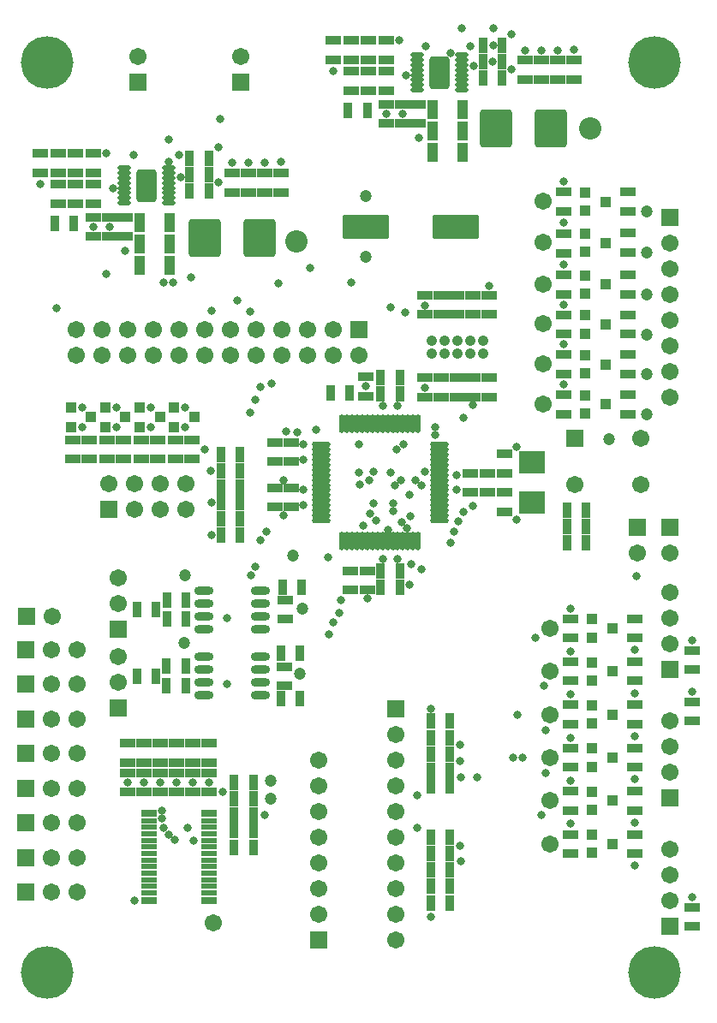
<source format=gbr>
%TF.GenerationSoftware,Altium Limited,Altium Designer,19.1.8 (144)*%
G04 Layer_Color=8388736*
%FSLAX45Y45*%
%MOMM*%
%TF.FileFunction,Soldermask,Top*%
%TF.Part,Single*%
G01*
G75*
%TA.AperFunction,ComponentPad*%
%ADD44C,1.70320*%
%ADD45R,1.70320X1.70320*%
%ADD46C,1.70320*%
%ADD47C,2.20320*%
%ADD48C,1.05320*%
%ADD49R,1.70320X1.70320*%
%TA.AperFunction,ViaPad*%
%ADD50C,0.80320*%
%ADD51C,1.20320*%
%ADD52C,5.20320*%
%TA.AperFunction,SMDPad,CuDef*%
G04:AMPARAMS|DCode=60|XSize=4.6032mm|YSize=2.4032mm|CornerRadius=0.2116mm|HoleSize=0mm|Usage=FLASHONLY|Rotation=0.000|XOffset=0mm|YOffset=0mm|HoleType=Round|Shape=RoundedRectangle|*
%AMROUNDEDRECTD60*
21,1,4.60320,1.98000,0,0,0.0*
21,1,4.18000,2.40320,0,0,0.0*
1,1,0.42320,2.09000,-0.99000*
1,1,0.42320,-2.09000,-0.99000*
1,1,0.42320,-2.09000,0.99000*
1,1,0.42320,2.09000,0.99000*
%
%ADD60ROUNDEDRECTD60*%
%ADD61R,1.50320X0.90320*%
%ADD62R,0.90320X1.50320*%
%ADD63O,1.34620X0.52070*%
G04:AMPARAMS|DCode=64|XSize=1.9532mm|YSize=3.1532mm|CornerRadius=0.1891mm|HoleSize=0mm|Usage=FLASHONLY|Rotation=0.000|XOffset=0mm|YOffset=0mm|HoleType=Round|Shape=RoundedRectangle|*
%AMROUNDEDRECTD64*
21,1,1.95320,2.77500,0,0,0.0*
21,1,1.57500,3.15320,0,0,0.0*
1,1,0.37820,0.78750,-1.38750*
1,1,0.37820,-0.78750,-1.38750*
1,1,0.37820,-0.78750,1.38750*
1,1,0.37820,0.78750,1.38750*
%
%ADD64ROUNDEDRECTD64*%
%ADD65R,1.10320X1.90320*%
G04:AMPARAMS|DCode=66|XSize=3.1532mm|YSize=3.7032mm|CornerRadius=0.2491mm|HoleSize=0mm|Usage=FLASHONLY|Rotation=180.000|XOffset=0mm|YOffset=0mm|HoleType=Round|Shape=RoundedRectangle|*
%AMROUNDEDRECTD66*
21,1,3.15320,3.20500,0,0,180.0*
21,1,2.65500,3.70320,0,0,180.0*
1,1,0.49820,-1.32750,1.60250*
1,1,0.49820,1.32750,1.60250*
1,1,0.49820,1.32750,-1.60250*
1,1,0.49820,-1.32750,-1.60250*
%
%ADD66ROUNDEDRECTD66*%
%ADD67C,1.20320*%
%ADD68R,1.10320X1.00320*%
%ADD69R,1.55320X0.80320*%
%ADD70R,1.55320X0.60320*%
%ADD71R,2.60320X2.20320*%
%ADD72O,1.85320X0.55320*%
%ADD73O,0.55320X1.85320*%
%ADD74O,1.90320X0.85320*%
D44*
X6652500Y3749000D02*
D03*
Y4257000D02*
D03*
Y4003000D02*
D03*
Y1209000D02*
D03*
Y1717000D02*
D03*
Y1463000D02*
D03*
Y2479000D02*
D03*
Y2987000D02*
D03*
Y2733000D02*
D03*
X1207500Y4151500D02*
D03*
Y4405500D02*
D03*
Y3366500D02*
D03*
Y3620500D02*
D03*
X1876500Y5331500D02*
D03*
Y5077500D02*
D03*
X1622500Y5331500D02*
D03*
Y5077500D02*
D03*
X1368500Y5331500D02*
D03*
Y5077500D02*
D03*
X1114500Y5331500D02*
D03*
X5717500Y5327500D02*
D03*
X6367500D02*
D03*
Y5777500D02*
D03*
X2416000Y9554000D02*
D03*
X1400000D02*
D03*
X6652500Y7711500D02*
D03*
Y7457500D02*
D03*
Y7203500D02*
D03*
Y6949500D02*
D03*
Y6695500D02*
D03*
Y6441500D02*
D03*
Y6187500D02*
D03*
Y4651000D02*
D03*
X549000Y4022500D02*
D03*
X6337500Y4648500D02*
D03*
X543500Y3690714D02*
D03*
X797500D02*
D03*
X543500Y3347857D02*
D03*
X797500D02*
D03*
X3948000Y2596000D02*
D03*
Y818000D02*
D03*
Y1072000D02*
D03*
Y1326000D02*
D03*
Y1580000D02*
D03*
Y1834000D02*
D03*
Y2088000D02*
D03*
Y2342000D02*
D03*
Y2850000D02*
D03*
X543500Y3005000D02*
D03*
X797500D02*
D03*
X543500Y2662143D02*
D03*
X797500D02*
D03*
X543500Y2319286D02*
D03*
X797500D02*
D03*
X543500Y1976429D02*
D03*
X797500D02*
D03*
X3582000Y6606000D02*
D03*
X3328000Y6860000D02*
D03*
Y6606000D02*
D03*
X3074000Y6860000D02*
D03*
Y6606000D02*
D03*
X2820000Y6860000D02*
D03*
Y6606000D02*
D03*
X2566000Y6860000D02*
D03*
Y6606000D02*
D03*
X2312000Y6860000D02*
D03*
Y6606000D02*
D03*
X2058000Y6860000D02*
D03*
Y6606000D02*
D03*
X1804000Y6860000D02*
D03*
Y6606000D02*
D03*
X1550000Y6860000D02*
D03*
Y6606000D02*
D03*
X1296000Y6860000D02*
D03*
Y6606000D02*
D03*
X1042000Y6860000D02*
D03*
Y6606000D02*
D03*
X788000Y6860000D02*
D03*
Y6606000D02*
D03*
X543500Y1633572D02*
D03*
X797500D02*
D03*
X543500Y1290714D02*
D03*
X797500D02*
D03*
X3186000Y1072000D02*
D03*
Y1326000D02*
D03*
Y1580000D02*
D03*
Y1834000D02*
D03*
Y2088000D02*
D03*
Y2342000D02*
D03*
Y2596000D02*
D03*
D45*
X6652500Y3495000D02*
D03*
Y955000D02*
D03*
Y2225000D02*
D03*
X1207500Y3897500D02*
D03*
Y3112500D02*
D03*
X2416000Y9300000D02*
D03*
X1400000D02*
D03*
X6652500Y7965500D02*
D03*
Y4905000D02*
D03*
X6337500Y4902500D02*
D03*
X3948000Y3104000D02*
D03*
X3186000Y818000D02*
D03*
D46*
X5475000Y3050000D02*
D03*
Y2623500D02*
D03*
X5475000Y1770500D02*
D03*
X5475000Y3476501D02*
D03*
X2140000Y987500D02*
D03*
X5475000Y3903000D02*
D03*
X5475000Y2197000D02*
D03*
X5402500Y7719500D02*
D03*
X5402500Y8126500D02*
D03*
X5402500Y6122500D02*
D03*
Y6518000D02*
D03*
X5402500Y6912501D02*
D03*
X5402500Y7307000D02*
D03*
D47*
X5865000Y8847500D02*
D03*
X2967814Y7729778D02*
D03*
D48*
X4298500Y6619000D02*
D03*
Y6746000D02*
D03*
X4425500Y6619000D02*
D03*
Y6746000D02*
D03*
X4552500Y6619000D02*
D03*
Y6746000D02*
D03*
X4679500Y6619000D02*
D03*
Y6746000D02*
D03*
X4806500Y6619000D02*
D03*
Y6746000D02*
D03*
D49*
X1114500Y5077500D02*
D03*
X5717500Y5777500D02*
D03*
X295000Y4022500D02*
D03*
X289500Y3690714D02*
D03*
Y3347857D02*
D03*
Y3005000D02*
D03*
Y2662143D02*
D03*
Y2319286D02*
D03*
Y1976429D02*
D03*
X3582000Y6860000D02*
D03*
X289500Y1633572D02*
D03*
Y1290714D02*
D03*
D50*
X2275000Y3350000D02*
D03*
Y4000000D02*
D03*
X1537443Y8392441D02*
D03*
Y8282441D02*
D03*
X1427443Y8392441D02*
D03*
Y8282441D02*
D03*
X1537443Y8172441D02*
D03*
X1427443D02*
D03*
X4490000Y9592500D02*
D03*
X4595000Y9837500D02*
D03*
X4915000Y9840000D02*
D03*
Y9670155D02*
D03*
X2130000Y4822779D02*
D03*
X4037500Y7030000D02*
D03*
X4087500Y5012500D02*
D03*
X4232180Y7095000D02*
D03*
X3650000Y6300000D02*
D03*
X1750000Y7325000D02*
D03*
X1653718Y7325000D02*
D03*
X1922500Y7370000D02*
D03*
X1082500Y7407500D02*
D03*
X2380000Y7142500D02*
D03*
X2505000Y7035000D02*
D03*
X1699613Y8735000D02*
D03*
Y8520000D02*
D03*
X3160154Y5867786D02*
D03*
X2970000Y5842500D02*
D03*
X2860000Y5847500D02*
D03*
X2837500Y5370000D02*
D03*
X2837638Y5020245D02*
D03*
X3102500Y7467500D02*
D03*
X2790000Y7317500D02*
D03*
X595000Y7065000D02*
D03*
X6327500Y4415000D02*
D03*
X2125000Y5142779D02*
D03*
X2117500Y5462779D02*
D03*
X2057500Y5670000D02*
D03*
X6312500Y3687500D02*
D03*
Y3261001D02*
D03*
Y2834500D02*
D03*
Y2408000D02*
D03*
X6312500Y1981500D02*
D03*
Y1555000D02*
D03*
X2125000Y7042500D02*
D03*
X4232500Y6280000D02*
D03*
X3900000Y7075000D02*
D03*
X5144979Y5699685D02*
D03*
X4434629Y9290163D02*
D03*
X4324629D02*
D03*
X4434629Y9400163D02*
D03*
X4324629D02*
D03*
X4434629Y9510163D02*
D03*
X4324629D02*
D03*
X4232500Y5455000D02*
D03*
X5110500Y2623000D02*
D03*
X1637500Y2020000D02*
D03*
X1632500Y2100000D02*
D03*
X1650000Y1925000D02*
D03*
X1705000Y1862500D02*
D03*
X1762500Y1807500D02*
D03*
X4485000Y4747500D02*
D03*
X4525000Y4855000D02*
D03*
X4620000Y5052500D02*
D03*
X4565000Y4962500D02*
D03*
X4202500Y4487500D02*
D03*
X4085000Y4335000D02*
D03*
X4100000Y4537500D02*
D03*
X3967500Y4587500D02*
D03*
X4707500Y5110000D02*
D03*
X3752500Y4970000D02*
D03*
X3690000Y5035000D02*
D03*
X3917691Y5140251D02*
D03*
X3917500Y5065363D02*
D03*
X4055198Y4890239D02*
D03*
X4007696Y4947741D02*
D03*
X3385000Y4055000D02*
D03*
X3327500Y3960000D02*
D03*
X3405000Y4177500D02*
D03*
X3285000Y3840000D02*
D03*
X3730000Y5452500D02*
D03*
X3957500Y5670000D02*
D03*
X3587675Y5320260D02*
D03*
X4080000Y5220000D02*
D03*
X2510122Y6035295D02*
D03*
X4617500Y5985000D02*
D03*
X4027500Y5720000D02*
D03*
X3685180Y5370262D02*
D03*
X2610000Y6287500D02*
D03*
X2670000Y4855000D02*
D03*
X2717500Y6320000D02*
D03*
X2560000Y6165000D02*
D03*
X3508750Y7320000D02*
D03*
X4160000Y1927500D02*
D03*
Y2252500D02*
D03*
X2214845Y8942500D02*
D03*
X3875000Y4877500D02*
D03*
X3895000Y5442500D02*
D03*
X3585000D02*
D03*
Y5720000D02*
D03*
X3627500Y4920000D02*
D03*
X3730000Y5140000D02*
D03*
X3820447Y6105453D02*
D03*
X3035000Y5570000D02*
D03*
X2327835Y8507717D02*
D03*
X2490334D02*
D03*
X2650335D02*
D03*
X2810314Y8513032D02*
D03*
X2195314Y8662433D02*
D03*
Y8312433D02*
D03*
X5707479Y9625470D02*
D03*
X5547500Y9620155D02*
D03*
X5387500D02*
D03*
X5225000D02*
D03*
X4907500Y9510155D02*
D03*
X5092500Y9430155D02*
D03*
X4172186Y8755222D02*
D03*
X1275000Y7637500D02*
D03*
X1820000Y8362500D02*
D03*
X1807500Y8582500D02*
D03*
X1357500D02*
D03*
X1155314Y8257441D02*
D03*
X1082814Y8599934D02*
D03*
X1115314Y7869933D02*
D03*
X955314D02*
D03*
X432814Y8299933D02*
D03*
X4719199Y9466854D02*
D03*
X4682500Y9662655D02*
D03*
X4240000D02*
D03*
X3852500Y8987655D02*
D03*
X5092500Y9780155D02*
D03*
X4012500Y8987655D02*
D03*
X3330000Y9417655D02*
D03*
X3980000Y9717656D02*
D03*
X4052500Y9375163D02*
D03*
X847500Y6084993D02*
D03*
X1187779Y6084709D02*
D03*
X1527500Y6084993D02*
D03*
X1867500D02*
D03*
Y5894994D02*
D03*
X1527500D02*
D03*
X1187779Y5894709D02*
D03*
X847500Y5894994D02*
D03*
X6880000Y1247500D02*
D03*
Y3275000D02*
D03*
Y3787500D02*
D03*
X4590000Y1600000D02*
D03*
X4582500Y1752500D02*
D03*
X4750000Y2427500D02*
D03*
X4587500Y2430000D02*
D03*
X4582500Y2590000D02*
D03*
X4580000Y2750000D02*
D03*
X4292500Y3110000D02*
D03*
Y1052500D02*
D03*
X4872179Y7290000D02*
D03*
X5602500Y6314500D02*
D03*
Y6710000D02*
D03*
X5602500Y7104500D02*
D03*
X5602500Y7498999D02*
D03*
Y7911500D02*
D03*
X5602500Y8318500D02*
D03*
X5675000Y4100000D02*
D03*
Y3673501D02*
D03*
Y3247000D02*
D03*
Y2820500D02*
D03*
X5675001Y2394000D02*
D03*
Y1967500D02*
D03*
X5390000Y2060000D02*
D03*
X5425000Y2470000D02*
D03*
Y2892500D02*
D03*
X5410000Y3332500D02*
D03*
X5325000Y3805000D02*
D03*
X2610000Y4775000D02*
D03*
X4000000Y5370000D02*
D03*
X3935000Y5320000D02*
D03*
X5152500Y3050000D02*
D03*
X3277500Y4605000D02*
D03*
X5202500Y2623500D02*
D03*
X1892500Y1925000D02*
D03*
X5145000Y4980000D02*
D03*
X2237500Y2282501D02*
D03*
X2652500Y2060001D02*
D03*
X1367500Y1210000D02*
D03*
X3665000Y4195000D02*
D03*
X4712500Y6107500D02*
D03*
X4340000Y5887500D02*
D03*
X4142500Y5370000D02*
D03*
X4340000Y5812500D02*
D03*
X4202500Y5320000D02*
D03*
X2560000Y4510000D02*
D03*
X2512500Y4430000D02*
D03*
X1300001Y2380001D02*
D03*
X1620001D02*
D03*
X1780001Y2377501D02*
D03*
X1950000Y1802501D02*
D03*
X1940001Y2377501D02*
D03*
X1460001Y2380001D02*
D03*
X2100000D02*
D03*
X3035000Y5720000D02*
D03*
X3817500Y4587500D02*
D03*
X3035000Y5270000D02*
D03*
Y5120000D02*
D03*
X4550000Y5270000D02*
D03*
Y5420000D02*
D03*
X3967500Y6102500D02*
D03*
D51*
X6424980Y6017215D02*
D03*
X6425001Y6418000D02*
D03*
X6424980Y6807215D02*
D03*
X6425001Y7207000D02*
D03*
Y7619500D02*
D03*
X6425000Y8026500D02*
D03*
X2927500Y4622500D02*
D03*
X2715000Y2217500D02*
D03*
X2710000Y2392500D02*
D03*
X2997500Y3455000D02*
D03*
X3025000Y4100000D02*
D03*
X3647500Y7580000D02*
D03*
Y8180000D02*
D03*
X6055000Y5772500D02*
D03*
D52*
X6500000Y500000D02*
D03*
X500000Y9500000D02*
D03*
Y500000D02*
D03*
X6500000Y9500000D02*
D03*
D60*
X4537500Y7870000D02*
D03*
X3647500D02*
D03*
D61*
X6240000Y7397000D02*
D03*
Y7207000D02*
D03*
X5602500Y7397000D02*
D03*
Y7207000D02*
D03*
X955314Y7967433D02*
D03*
Y7777433D02*
D03*
X1115314Y7967433D02*
D03*
Y7777433D02*
D03*
X1272814D02*
D03*
Y7967433D02*
D03*
X955314Y8409934D02*
D03*
Y8599934D02*
D03*
X780314Y8409934D02*
D03*
Y8599934D02*
D03*
X610314Y8599934D02*
D03*
Y8409934D02*
D03*
X432814Y8599934D02*
D03*
Y8409934D02*
D03*
X610314Y8292434D02*
D03*
Y8102433D02*
D03*
X777814Y8102441D02*
D03*
Y8292441D02*
D03*
X955314Y8102441D02*
D03*
Y8292441D02*
D03*
X2810314Y8214933D02*
D03*
Y8404933D02*
D03*
X2650314Y8214933D02*
D03*
Y8404933D02*
D03*
X2490314D02*
D03*
Y8214933D02*
D03*
X2327814Y8404933D02*
D03*
Y8214933D02*
D03*
X5020000Y5247500D02*
D03*
Y5057500D02*
D03*
Y5437500D02*
D03*
Y5627500D02*
D03*
X4685000Y5437500D02*
D03*
Y5247500D02*
D03*
X4855000Y5437500D02*
D03*
Y5247500D02*
D03*
X6312500Y2292000D02*
D03*
Y2102000D02*
D03*
X5675001Y2292000D02*
D03*
Y2102000D02*
D03*
X1935000Y5577500D02*
D03*
Y5767500D02*
D03*
X1775000Y5577500D02*
D03*
Y5767500D02*
D03*
X1595000Y5577500D02*
D03*
Y5767500D02*
D03*
X1435000Y5577500D02*
D03*
Y5767500D02*
D03*
X1255279Y5577216D02*
D03*
Y5767216D02*
D03*
X1095279Y5577216D02*
D03*
Y5767216D02*
D03*
X915000Y5577500D02*
D03*
Y5767500D02*
D03*
X755000Y5577500D02*
D03*
Y5767500D02*
D03*
X5707500Y9332655D02*
D03*
Y9522655D02*
D03*
X5547500Y9332655D02*
D03*
Y9522655D02*
D03*
X5387500D02*
D03*
Y9332655D02*
D03*
X5225000Y9522655D02*
D03*
Y9332655D02*
D03*
X4170000Y8895155D02*
D03*
Y9085155D02*
D03*
X4012500D02*
D03*
Y8895155D02*
D03*
X3852500Y9085155D02*
D03*
Y8895155D02*
D03*
Y9527656D02*
D03*
Y9717656D02*
D03*
X3677500Y9527656D02*
D03*
Y9717656D02*
D03*
X3507500Y9717656D02*
D03*
Y9527656D02*
D03*
X3330000Y9717656D02*
D03*
Y9527656D02*
D03*
X3852500Y9220163D02*
D03*
Y9410163D02*
D03*
X3675000Y9220163D02*
D03*
Y9410163D02*
D03*
X3507500Y9410155D02*
D03*
Y9220155D02*
D03*
X1300001Y2472501D02*
D03*
Y2282500D02*
D03*
X6240000Y7002500D02*
D03*
Y6812499D02*
D03*
X5602500Y7002501D02*
D03*
Y6812500D02*
D03*
X6240000Y6212499D02*
D03*
Y6022499D02*
D03*
X5602500Y6212500D02*
D03*
Y6022500D02*
D03*
X6240000Y6608000D02*
D03*
Y6418000D02*
D03*
X5602500Y6608000D02*
D03*
Y6418000D02*
D03*
X6240000Y7809500D02*
D03*
Y7619500D02*
D03*
X5605000Y7804500D02*
D03*
Y7614500D02*
D03*
X6239999Y8216500D02*
D03*
Y8026500D02*
D03*
X5602500Y8216500D02*
D03*
Y8026500D02*
D03*
X1300001Y2765001D02*
D03*
Y2575000D02*
D03*
X1460001Y2282500D02*
D03*
Y2472501D02*
D03*
Y2765001D02*
D03*
Y2575000D02*
D03*
X1620001Y2282500D02*
D03*
Y2472501D02*
D03*
Y2765001D02*
D03*
Y2575000D02*
D03*
X1780001Y2282500D02*
D03*
Y2472501D02*
D03*
Y2765001D02*
D03*
Y2575000D02*
D03*
X1940001Y2282500D02*
D03*
Y2472501D02*
D03*
Y2765001D02*
D03*
Y2575000D02*
D03*
X2100000Y2282501D02*
D03*
Y2472501D02*
D03*
Y2765001D02*
D03*
Y2575001D02*
D03*
X3665000Y4282500D02*
D03*
Y4472501D02*
D03*
X3502500Y4472500D02*
D03*
Y4282500D02*
D03*
X3650000Y6200000D02*
D03*
Y6390000D02*
D03*
X2757500Y5100000D02*
D03*
Y5290000D02*
D03*
X2917500Y5100000D02*
D03*
Y5290000D02*
D03*
Y5740000D02*
D03*
Y5550000D02*
D03*
X2757500Y5740000D02*
D03*
Y5550000D02*
D03*
X6312500Y1865500D02*
D03*
Y1675500D02*
D03*
X5675001Y1865500D02*
D03*
Y1675500D02*
D03*
X6312500Y3571501D02*
D03*
Y3381500D02*
D03*
X5675000Y3571501D02*
D03*
Y3381500D02*
D03*
X6312500Y3998000D02*
D03*
Y3808000D02*
D03*
X5675000Y3998000D02*
D03*
Y3808000D02*
D03*
X6312500Y2718500D02*
D03*
Y2528500D02*
D03*
X5675000Y2718500D02*
D03*
Y2528500D02*
D03*
X6312500Y3145000D02*
D03*
Y2955000D02*
D03*
X5675000Y3145000D02*
D03*
Y2955000D02*
D03*
X4872500Y6190000D02*
D03*
Y6380000D02*
D03*
X4872179Y7005015D02*
D03*
Y7195015D02*
D03*
X4712500Y6190000D02*
D03*
Y6380000D02*
D03*
X4712180Y7005015D02*
D03*
Y7195015D02*
D03*
X4552500Y6190000D02*
D03*
Y6380000D02*
D03*
X4552180Y7005015D02*
D03*
Y7195015D02*
D03*
X4392500Y6190000D02*
D03*
Y6380000D02*
D03*
X4392180Y7005015D02*
D03*
Y7195015D02*
D03*
X4232500Y6190000D02*
D03*
Y6380000D02*
D03*
X4232180Y7005015D02*
D03*
Y7195015D02*
D03*
X6880000Y955000D02*
D03*
Y1145000D02*
D03*
Y3495000D02*
D03*
Y3685000D02*
D03*
Y2987000D02*
D03*
Y3177000D02*
D03*
X2842500Y3525000D02*
D03*
Y3335000D02*
D03*
X2857500Y4182501D02*
D03*
Y3992501D02*
D03*
D62*
X4997500Y9510155D02*
D03*
X4807500D02*
D03*
X4997500Y9670155D02*
D03*
X4807500D02*
D03*
X767814Y7902433D02*
D03*
X577814D02*
D03*
X2100314Y8392433D02*
D03*
X1910314D02*
D03*
X2100314Y8552433D02*
D03*
X1910314D02*
D03*
X5827500Y5067500D02*
D03*
X5637500D02*
D03*
X5827500Y4752500D02*
D03*
X5637500D02*
D03*
X5827500Y4910000D02*
D03*
X5637500D02*
D03*
X4482500Y2990000D02*
D03*
X4292500D02*
D03*
X4482500Y2820000D02*
D03*
X4292500D02*
D03*
X4482500Y2660000D02*
D03*
X4292500D02*
D03*
X4482500Y2500000D02*
D03*
X4292500D02*
D03*
X4482500Y2340000D02*
D03*
X4292500D02*
D03*
X4482500Y1832500D02*
D03*
X4292500D02*
D03*
X4482500Y1672500D02*
D03*
X4292500D02*
D03*
X4482500Y1512500D02*
D03*
X4292500D02*
D03*
X4482500Y1352500D02*
D03*
X4292500D02*
D03*
X4482500Y1182500D02*
D03*
X4292500D02*
D03*
X2410284Y4822779D02*
D03*
X2220284D02*
D03*
X2410284Y4982779D02*
D03*
X2220284D02*
D03*
X2410284Y5142779D02*
D03*
X2220284D02*
D03*
X2410284Y5302779D02*
D03*
X2220284D02*
D03*
X2410284Y5462779D02*
D03*
X2220284D02*
D03*
X2410284Y5622779D02*
D03*
X2220284D02*
D03*
X3665000Y9020155D02*
D03*
X3475000D02*
D03*
X1910314Y8232433D02*
D03*
X2100314D02*
D03*
X4997500Y9350155D02*
D03*
X4807500D02*
D03*
X1390000Y4090000D02*
D03*
X1580000D02*
D03*
X1682500Y4185000D02*
D03*
X1872500D02*
D03*
Y3992500D02*
D03*
X1682500D02*
D03*
X1387500Y3430000D02*
D03*
X1577500D02*
D03*
X1680000Y3527000D02*
D03*
X1870000D02*
D03*
Y3335000D02*
D03*
X1680000D02*
D03*
X2347500Y1737501D02*
D03*
X2537500D02*
D03*
X2537501Y2220001D02*
D03*
X2347501D02*
D03*
Y1900001D02*
D03*
X2537501D02*
D03*
Y2060001D02*
D03*
X2347501D02*
D03*
Y2380001D02*
D03*
X2537501D02*
D03*
X3987500Y4470000D02*
D03*
X3797499D02*
D03*
X3987500Y4310000D02*
D03*
X3797499D02*
D03*
X3797500Y6380000D02*
D03*
X3987500D02*
D03*
X3797500Y6220000D02*
D03*
X3987500D02*
D03*
X3302500Y6230000D02*
D03*
X3492500D02*
D03*
X2827500Y4311000D02*
D03*
X3017500D02*
D03*
X2812500Y3207000D02*
D03*
X3002500D02*
D03*
X2812500Y3653000D02*
D03*
X3002500D02*
D03*
D63*
X1699613Y8407441D02*
D03*
Y8357441D02*
D03*
Y8457441D02*
D03*
Y8257441D02*
D03*
Y8307441D02*
D03*
Y8207441D02*
D03*
Y8107441D02*
D03*
Y8157441D02*
D03*
X1265273Y8457441D02*
D03*
Y8407441D02*
D03*
Y8357441D02*
D03*
Y8257441D02*
D03*
Y8307441D02*
D03*
Y8107441D02*
D03*
Y8157441D02*
D03*
Y8207441D02*
D03*
X4596799Y9225163D02*
D03*
Y9275163D02*
D03*
Y9325163D02*
D03*
Y9375163D02*
D03*
Y9425163D02*
D03*
Y9475163D02*
D03*
Y9525163D02*
D03*
Y9575163D02*
D03*
X4162459Y9225163D02*
D03*
Y9275163D02*
D03*
Y9325163D02*
D03*
Y9375163D02*
D03*
Y9425163D02*
D03*
Y9475163D02*
D03*
Y9525163D02*
D03*
Y9575163D02*
D03*
D64*
X1482443Y8282441D02*
D03*
X4379629Y9400163D02*
D03*
D65*
X1707814Y7494933D02*
D03*
X1417814D02*
D03*
X1707814Y7917433D02*
D03*
X1417814D02*
D03*
X1707814Y7704933D02*
D03*
X1417814D02*
D03*
X4605000Y9035155D02*
D03*
X4315000D02*
D03*
X4605000Y8612655D02*
D03*
X4315000D02*
D03*
X4605000Y8822655D02*
D03*
X4315000D02*
D03*
D66*
X2602500Y7760000D02*
D03*
X2057500D02*
D03*
X5482500Y8847500D02*
D03*
X4937500D02*
D03*
D67*
X1860000Y3760000D02*
D03*
X1867500Y4425000D02*
D03*
D68*
X735000Y6084993D02*
D03*
Y5894994D02*
D03*
X935000Y5989993D02*
D03*
X1075280Y6084709D02*
D03*
Y5894709D02*
D03*
X1275280Y5989709D02*
D03*
X1415000Y6084993D02*
D03*
Y5894994D02*
D03*
X1615001Y5989993D02*
D03*
X1755000Y6084993D02*
D03*
Y5894994D02*
D03*
X1955000Y5989993D02*
D03*
X5817500Y6997500D02*
D03*
Y6817500D02*
D03*
X6017500Y6907500D02*
D03*
X5817500Y7391999D02*
D03*
Y7212000D02*
D03*
X6017501Y7301999D02*
D03*
X5817500Y6207500D02*
D03*
Y6027500D02*
D03*
X6017501Y6117500D02*
D03*
X5817500Y6603000D02*
D03*
Y6423000D02*
D03*
X6017501Y6513000D02*
D03*
X5817500Y7804500D02*
D03*
Y7624500D02*
D03*
X6017501Y7714500D02*
D03*
X5817500Y8211500D02*
D03*
Y8031500D02*
D03*
X6017500Y8121500D02*
D03*
X5890001Y1860500D02*
D03*
Y1680500D02*
D03*
X6090001Y1770500D02*
D03*
X5890001Y2287000D02*
D03*
Y2107000D02*
D03*
X6090001Y2197000D02*
D03*
X5890000Y3566501D02*
D03*
Y3386501D02*
D03*
X6090001Y3476501D02*
D03*
X5890000Y3993000D02*
D03*
Y3813000D02*
D03*
X6090001Y3903000D02*
D03*
X5890000Y2713500D02*
D03*
Y2533500D02*
D03*
X6090001Y2623500D02*
D03*
X5890000Y3140000D02*
D03*
Y2960000D02*
D03*
X6090001Y3050000D02*
D03*
D69*
X2097501Y2075001D02*
D03*
Y1210000D02*
D03*
X1512500D02*
D03*
Y2075001D02*
D03*
D70*
X2097501Y1675000D02*
D03*
Y1610000D02*
D03*
Y1545000D02*
D03*
Y1480000D02*
D03*
Y1284999D02*
D03*
Y1350000D02*
D03*
Y1415000D02*
D03*
X1512500D02*
D03*
Y1350000D02*
D03*
Y1284999D02*
D03*
Y1480000D02*
D03*
Y1545000D02*
D03*
Y1610000D02*
D03*
Y1675000D02*
D03*
Y1870001D02*
D03*
Y1935001D02*
D03*
Y2000001D02*
D03*
Y1805000D02*
D03*
Y1740000D02*
D03*
X2097501D02*
D03*
Y1805000D02*
D03*
Y2000001D02*
D03*
Y1935001D02*
D03*
Y1870001D02*
D03*
D71*
X5292500Y5542500D02*
D03*
Y5142500D02*
D03*
D72*
X3210000Y5720000D02*
D03*
Y5670000D02*
D03*
Y5620000D02*
D03*
Y5570000D02*
D03*
Y5520000D02*
D03*
Y5470000D02*
D03*
Y5420000D02*
D03*
Y5370000D02*
D03*
Y5320000D02*
D03*
Y5270000D02*
D03*
Y5220000D02*
D03*
Y5170000D02*
D03*
Y5120000D02*
D03*
Y5070000D02*
D03*
Y5020000D02*
D03*
Y4970000D02*
D03*
X4375000D02*
D03*
Y5020000D02*
D03*
Y5070000D02*
D03*
Y5120000D02*
D03*
Y5170000D02*
D03*
Y5220000D02*
D03*
Y5270000D02*
D03*
Y5320000D02*
D03*
Y5370000D02*
D03*
Y5420000D02*
D03*
Y5470000D02*
D03*
Y5520000D02*
D03*
Y5570000D02*
D03*
Y5620000D02*
D03*
Y5670000D02*
D03*
Y5720000D02*
D03*
D73*
X3417500Y4762500D02*
D03*
X3467500D02*
D03*
X3517500D02*
D03*
X3567500D02*
D03*
X3617500D02*
D03*
X3667500D02*
D03*
X3717500D02*
D03*
X3767500D02*
D03*
X3817500D02*
D03*
X3867500D02*
D03*
X3917500D02*
D03*
X3967500D02*
D03*
X4017500D02*
D03*
X4067500D02*
D03*
X4117500D02*
D03*
X4167500D02*
D03*
Y5927500D02*
D03*
X4117500D02*
D03*
X4067500D02*
D03*
X4017500D02*
D03*
X3967500D02*
D03*
X3917500D02*
D03*
X3867500D02*
D03*
X3817500D02*
D03*
X3767500D02*
D03*
X3717500D02*
D03*
X3667500D02*
D03*
X3617500D02*
D03*
X3567500D02*
D03*
X3517500D02*
D03*
X3467500D02*
D03*
X3417500D02*
D03*
D74*
X2612500Y3897500D02*
D03*
Y4024500D02*
D03*
Y4151500D02*
D03*
Y4278500D02*
D03*
X2052500Y3897500D02*
D03*
Y4024500D02*
D03*
Y4151500D02*
D03*
Y4278500D02*
D03*
X2610000Y3239500D02*
D03*
Y3366500D02*
D03*
Y3493500D02*
D03*
Y3620500D02*
D03*
X2050000Y3239500D02*
D03*
Y3366500D02*
D03*
Y3493500D02*
D03*
Y3620500D02*
D03*
%TF.MD5,0395d7069bfe80c09c07d56ae7e7d0bb*%
M02*

</source>
